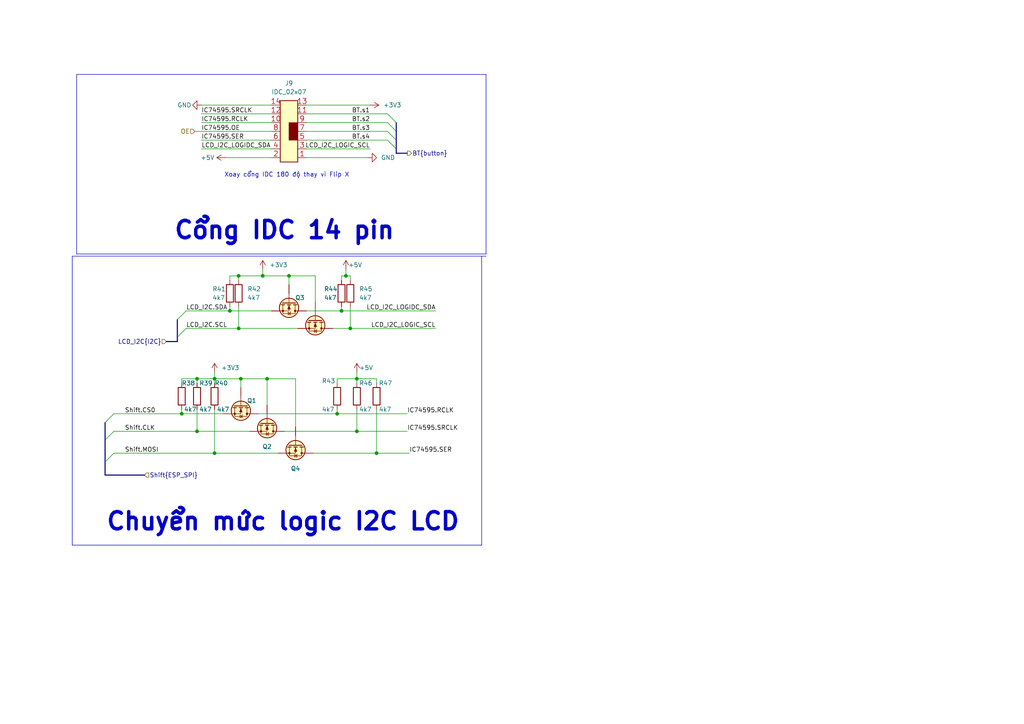
<source format=kicad_sch>
(kicad_sch (version 20231120) (generator "eeschema") (generator_version "8.0")
  (paper "A4")
  (lib_symbols
    (symbol "Device:R" (pin_numbers hide) (pin_names (offset 0))
      (property "Reference" "R" (at 2.032 0 90))
      (property "Value" "R" (at 0 0 90))
      (symbol "R_0_1"
        (rectangle (start -1.016 -2.54) (end 1.016 2.54) (stroke (width 0.254)))
      )
      (symbol "R_1_1"
        (pin passive line (at 0 3.81 270) (length 1.27) (name "~") (number "1"))
        (pin passive line (at 0 -3.81 90) (length 1.27) (name "~") (number "2"))
      )
    )
    (symbol "IDC_02x07_1" (pin_names (offset 1.016) hide)
      (property "Reference" "J" (at 1.27 10.16 0))
      (property "Value" "IDC_02x07" (at 0 -10.668 0))
      (symbol "IDC_02x07_1_0_1"
        (rectangle (start -2.54 2.54) (end 0 -2.54) (fill (type outline)))
      )
      (symbol "IDC_02x07_1_1_1"
        (rectangle (start -2.54 8.89) (end 2.54 -8.89) (stroke (width 0.254)) (fill (type background)))
        (pin passive line (at -5.08 7.62 0) (length 2.54) (name "1") (number "1"))
        (pin passive line (at 5.08 -2.54 180) (length 2.54) (name "10") (number "10"))
        (pin passive line (at -5.08 -5.08 0) (length 2.54) (name "11") (number "11"))
        (pin passive line (at 5.08 -5.08 180) (length 2.54) (name "12") (number "12"))
        (pin passive line (at -5.08 -7.62 0) (length 2.54) (name "13") (number "13"))
        (pin passive line (at 5.08 -7.62 180) (length 2.54) (name "14") (number "14"))
        (pin passive line (at 5.08 7.62 180) (length 2.54) (name "2") (number "2"))
        (pin passive line (at -5.08 5.08 0) (length 2.54) (name "3") (number "3"))
        (pin passive line (at 5.08 5.08 180) (length 2.54) (name "4") (number "4"))
        (pin passive line (at -5.08 2.54 0) (length 2.54) (name "5") (number "5"))
        (pin passive line (at 5.08 2.54 180) (length 2.54) (name "6") (number "6"))
        (pin passive line (at -5.08 0 0) (length 2.54) (name "7") (number "7"))
        (pin passive line (at 5.08 0 180) (length 2.54) (name "8") (number "8"))
        (pin passive line (at -5.08 -2.54 0) (length 2.54) (name "9") (number "9"))
      )
    )
    (symbol "IVS_SYMBOLS:N_Mosfet" (pin_numbers hide) (pin_names hide)
      (property "Reference" "Q" (at 2.794 1.2192 0))
      (symbol "N_Mosfet_0_1"
        (circle (center -0.889 0) (radius 2.794) (stroke (width 0.254)) (fill (type background)))
        (circle (center 0 -1.778) (radius 0.254) (fill (type outline)))
        (polyline (pts (xy -2.286 0) (xy -5.08 0)))
        (polyline (pts (xy -2.286 1.905) (xy -2.286 -1.905)) (stroke (width 0.254)))
        (polyline (pts (xy -1.778 -1.27) (xy -1.778 -2.286)) (stroke (width 0.254)))
        (polyline (pts (xy -1.778 0.508) (xy -1.778 -0.508)) (stroke (width 0.254)))
        (polyline (pts (xy -1.778 2.286) (xy -1.778 1.27)) (stroke (width 0.254)))
        (polyline (pts (xy 0 2.54) (xy 0 1.778)))
        (polyline (pts (xy 0 -2.54) (xy 0 0) (xy -1.778 0)))
        (polyline (pts (xy -1.778 -1.778) (xy 0.762 -1.778) (xy 0.762 1.778) (xy -1.778 1.778)))
        (polyline (pts (xy -1.524 0) (xy -0.508 0.381) (xy -0.508 -0.381) (xy -1.524 0)) (fill (type outline)))
        (polyline (pts (xy 0.254 0.508) (xy 0.381 0.381) (xy 1.143 0.381) (xy 1.27 0.254)))
        (polyline (pts (xy 0.762 0.381) (xy 0.381 -0.254) (xy 1.143 -0.254) (xy 0.762 0.381)))
        (circle (center 0 1.778) (radius 0.254) (fill (type outline)))
      )
      (symbol "N_Mosfet_1_1"
        (pin input line (at -7.62 0 0) (length 2.54) (name "G") (number "1"))
        (pin passive line (at 0 -5.08 90) (length 2.54) (name "S") (number "2"))
        (pin passive line (at 0 5.08 270) (length 2.54) (name "D") (number "3"))
      )
    )
    (symbol "power:+3V3" (power) (pin_names (offset 0))
      (property "Value" "+3V3" (at 0 3.556 0))
      (symbol "+3V3_0_1"
        (polyline (pts (xy -0.762 1.27) (xy 0 2.54)))
        (polyline (pts (xy 0 0) (xy 0 2.54)))
        (polyline (pts (xy 0 2.54) (xy 0.762 1.27)))
      )
      (symbol "+3V3_1_1"
        (pin power_in line (at 0 0 90) (length 0) hide (name "+3V3") (number "1"))
      )
    )
    (symbol "power:+5V" (power) (pin_names (offset 0))
      (property "Value" "+5V" (at 0 3.556 0))
      (symbol "+5V_0_1"
        (polyline (pts (xy -0.762 1.27) (xy 0 2.54)))
        (polyline (pts (xy 0 0) (xy 0 2.54)))
        (polyline (pts (xy 0 2.54) (xy 0.762 1.27)))
      )
      (symbol "+5V_1_1"
        (pin power_in line (at 0 0 90) (length 0) hide (name "+5V") (number "1"))
      )
    )
    (symbol "power:GND" (power) (pin_names (offset 0))
      (property "Value" "GND" (at 0 -3.81 0))
      (symbol "GND_0_1"
        (polyline (pts (xy 0 0) (xy 0 -1.27) (xy 1.27 -1.27) (xy 0 -2.54) (xy -1.27 -1.27) (xy 0 -1.27)))
      )
      (symbol "GND_1_1"
        (pin power_in line (at 0 0 270) (length 0) hide (name "GND") (number "1"))
      )
    )
  )
  (bus_alias "74HC595_IDC" (members "SRCLK" "RCLK" "OE" "SER"))
  (junction (at 99.06 90.17))
  (junction (at 76.2 80.01))
  (junction (at 69.215 80.01))
  (junction (at 52.705 120.015))
  (junction (at 109.22 131.445))
  (junction (at 83.82 80.01))
  (junction (at 62.23 131.445))
  (junction (at 69.85 109.855))
  (junction (at 57.15 125.095))
  (junction (at 101.6 95.25))
  (junction (at 77.47 109.855))
  (junction (at 103.505 109.855))
  (junction (at 103.505 125.095))
  (junction (at 66.675 90.17))
  (junction (at 57.15 109.855))
  (junction (at 69.215 95.25))
  (junction (at 62.23 109.855))
  (junction (at 100.33 80.01))
  (junction (at 97.79 120.015))
  (bus_entry (at 33.02 131.445) (size -2.54 2.54))
  (bus_entry (at 33.02 125.095) (size -2.54 2.54))
  (bus_entry (at 112.395 35.56) (size 2.54 2.54))
  (bus_entry (at 112.395 38.1) (size 2.54 2.54))
  (bus_entry (at 112.395 33.02) (size 2.54 2.54))
  (bus_entry (at 33.02 120.015) (size -2.54 2.54))
  (bus_entry (at 53.975 95.25) (size -2.54 2.54))
  (bus_entry (at 112.395 40.64) (size 2.54 2.54))
  (bus_entry (at 53.975 90.17) (size -2.54 2.54))
  (wire (pts (xy 57.15 109.855) (xy 57.15 111.125)))
  (wire (pts (xy 62.23 107.95) (xy 62.23 109.855)))
  (bus (pts (xy 48.26 99.06) (xy 51.435 99.06)))
  (polyline (pts (xy 140.97 73.66) (xy 22.225 73.66)))
  (wire (pts (xy 65.405 45.72) (xy 78.74 45.72)))
  (wire (pts (xy 83.82 80.01) (xy 83.82 82.55)))
  (wire (pts (xy 62.23 109.855) (xy 69.85 109.855)))
  (wire (pts (xy 66.675 88.9) (xy 66.675 90.17)))
  (wire (pts (xy 101.6 95.25) (xy 126.365 95.25)))
  (wire (pts (xy 69.85 109.855) (xy 69.85 112.395)))
  (wire (pts (xy 88.9 45.72) (xy 106.68 45.72)))
  (wire (pts (xy 90.805 131.445) (xy 109.22 131.445)))
  (wire (pts (xy 97.79 120.015) (xy 118.11 120.015)))
  (wire (pts (xy 33.02 120.015) (xy 52.705 120.015)))
  (wire (pts (xy 103.505 118.745) (xy 103.505 125.095)))
  (wire (pts (xy 52.705 109.855) (xy 57.15 109.855)))
  (wire (pts (xy 58.42 43.18) (xy 78.74 43.18)))
  (wire (pts (xy 88.9 90.17) (xy 99.06 90.17)))
  (bus (pts (xy 51.435 99.06) (xy 51.435 97.79)))
  (wire (pts (xy 74.93 120.015) (xy 97.79 120.015)))
  (wire (pts (xy 52.705 118.745) (xy 52.705 120.015)))
  (wire (pts (xy 58.42 35.56) (xy 78.74 35.56)))
  (bus (pts (xy 30.48 133.985) (xy 30.48 137.795)))
  (wire (pts (xy 88.9 30.48) (xy 107.315 30.48)))
  (wire (pts (xy 100.33 80.01) (xy 101.6 80.01)))
  (wire (pts (xy 99.06 90.17) (xy 126.365 90.17)))
  (polyline (pts (xy 140.97 21.59) (xy 140.97 73.66)))
  (wire (pts (xy 109.22 109.855) (xy 103.505 109.855)))
  (bus (pts (xy 114.935 35.56) (xy 114.935 38.1)))
  (wire (pts (xy 100.33 78.105) (xy 100.33 80.01)))
  (wire (pts (xy 69.215 88.9) (xy 69.215 95.25)))
  (wire (pts (xy 97.79 109.855) (xy 103.505 109.855)))
  (polyline (pts (xy 139.7 74.295) (xy 139.7 158.115)))
  (wire (pts (xy 101.6 88.9) (xy 101.6 95.25)))
  (polyline (pts (xy 20.955 74.295) (xy 22.225 74.295)))
  (wire (pts (xy 82.55 125.095) (xy 103.505 125.095)))
  (polyline (pts (xy 139.7 158.115) (xy 20.955 158.115)))
  (wire (pts (xy 53.975 95.25) (xy 69.215 95.25)))
  (wire (pts (xy 62.23 131.445) (xy 80.645 131.445)))
  (wire (pts (xy 88.9 38.1) (xy 112.395 38.1)))
  (wire (pts (xy 99.06 81.28) (xy 99.06 80.01)))
  (wire (pts (xy 53.975 90.17) (xy 66.675 90.17)))
  (wire (pts (xy 109.22 131.445) (xy 118.745 131.445)))
  (bus (pts (xy 114.935 43.18) (xy 114.935 44.45)))
  (bus (pts (xy 30.48 122.555) (xy 30.48 127.635)))
  (wire (pts (xy 109.22 118.745) (xy 109.22 131.445)))
  (wire (pts (xy 96.52 95.25) (xy 101.6 95.25)))
  (wire (pts (xy 66.675 80.01) (xy 69.215 80.01)))
  (wire (pts (xy 33.02 125.095) (xy 57.15 125.095)))
  (wire (pts (xy 57.15 109.855) (xy 62.23 109.855)))
  (wire (pts (xy 52.705 111.125) (xy 52.705 109.855)))
  (bus (pts (xy 114.935 40.64) (xy 114.935 43.18)))
  (polyline (pts (xy 22.225 74.295) (xy 140.97 74.295)))
  (bus (pts (xy 30.48 127.635) (xy 30.48 133.985)))
  (polyline (pts (xy 22.225 21.59) (xy 140.97 21.59)))
  (wire (pts (xy 62.23 118.745) (xy 62.23 131.445)))
  (wire (pts (xy 97.79 118.745) (xy 97.79 120.015)))
  (wire (pts (xy 85.725 123.825) (xy 85.725 109.855)))
  (polyline (pts (xy 22.225 21.59) (xy 22.225 73.66)))
  (wire (pts (xy 69.215 80.01) (xy 69.215 81.28)))
  (wire (pts (xy 69.215 95.25) (xy 86.36 95.25)))
  (wire (pts (xy 57.15 118.745) (xy 57.15 125.095)))
  (wire (pts (xy 62.23 109.855) (xy 62.23 111.125)))
  (wire (pts (xy 56.515 38.1) (xy 78.74 38.1)))
  (wire (pts (xy 77.47 109.855) (xy 77.47 117.475)))
  (polyline (pts (xy 20.955 74.295) (xy 20.955 158.115)))
  (wire (pts (xy 99.06 88.9) (xy 99.06 90.17)))
  (wire (pts (xy 76.2 80.01) (xy 83.82 80.01)))
  (wire (pts (xy 83.82 80.01) (xy 91.44 80.01)))
  (wire (pts (xy 103.505 107.95) (xy 103.505 109.855)))
  (wire (pts (xy 69.85 109.855) (xy 77.47 109.855)))
  (wire (pts (xy 88.9 40.64) (xy 112.395 40.64)))
  (bus (pts (xy 114.935 38.1) (xy 114.935 40.64)))
  (wire (pts (xy 101.6 80.01) (xy 101.6 81.28)))
  (wire (pts (xy 88.9 35.56) (xy 112.395 35.56)))
  (wire (pts (xy 57.15 125.095) (xy 72.39 125.095)))
  (wire (pts (xy 58.42 33.02) (xy 78.74 33.02)))
  (wire (pts (xy 76.2 78.105) (xy 76.2 80.01)))
  (wire (pts (xy 85.725 109.855) (xy 77.47 109.855)))
  (bus (pts (xy 51.435 92.71) (xy 51.435 97.79)))
  (wire (pts (xy 103.505 109.855) (xy 103.505 111.125)))
  (bus (pts (xy 30.48 137.795) (xy 41.91 137.795)))
  (wire (pts (xy 109.22 111.125) (xy 109.22 109.855)))
  (wire (pts (xy 66.675 90.17) (xy 78.74 90.17)))
  (wire (pts (xy 103.505 125.095) (xy 118.11 125.095)))
  (wire (pts (xy 97.79 111.125) (xy 97.79 109.855)))
  (wire (pts (xy 99.06 80.01) (xy 100.33 80.01)))
  (bus (pts (xy 114.935 44.45) (xy 118.11 44.45)))
  (wire (pts (xy 88.9 33.02) (xy 112.395 33.02)))
  (wire (pts (xy 33.02 131.445) (xy 62.23 131.445)))
  (wire (pts (xy 66.675 81.28) (xy 66.675 80.01)))
  (wire (pts (xy 69.215 80.01) (xy 76.2 80.01)))
  (wire (pts (xy 88.9 43.18) (xy 107.315 43.18)))
  (wire (pts (xy 58.42 40.64) (xy 78.74 40.64)))
  (wire (pts (xy 58.42 30.48) (xy 78.74 30.48)))
  (wire (pts (xy 52.705 120.015) (xy 64.77 120.015)))
  (wire (pts (xy 91.44 80.01) (xy 91.44 87.63)))
  (text "Chuyển mức logic I2C LCD" (at 30.48 154.305 0) (effects (font (size 5 5) (thickness 1) (bold yes)) (justify left bottom)))
  (text "Xoay cổng IDC 180 độ thay vì Flip X" (at 83.185 50.8 0) (effects (font (size 1.27 1.27))))
  (text "Cổng IDC 14 pin" (at 50.165 69.85 0) (effects (font (size 5 5) (thickness 1) (bold yes)) (justify left bottom)))
  (label "IC74595.SRCLK" (at 58.42 33.02 0))
  (label "BT.s4" (at 107.315 40.64 180))
  (label "IC74595.RCLK" (at 58.42 35.56 0))
  (label "Shift.MOSI" (at 36.195 131.445 0))
  (label "IC74595.SRCLK" (at 118.11 125.095 0))
  (label "Shift.CS0" (at 36.195 120.015 0))
  (label "IC74595.OE" (at 58.42 38.1 0))
  (label "BT.s3" (at 107.315 38.1 180))
  (label "IC74595.RCLK" (at 118.11 120.015 0))
  (label "LCD_I2C_LOGIC_SCL" (at 107.315 43.18 180))
  (label "Shift.CLK" (at 36.195 125.095 0))
  (label "LCD_I2C_LOGIDC_SDA" (at 58.42 43.18 0))
  (label "LCD_I2C.SCL" (at 53.975 95.25 0))
  (label "BT.s1" (at 107.315 33.02 180))
  (label "BT.s2" (at 107.315 35.56 180))
  (label "IC74595.SER" (at 118.745 131.445 0))
  (label "IC74595.SER" (at 58.42 40.64 0))
  (label "LCD_I2C_LOGIC_SCL" (at 126.365 95.25 180))
  (label "LCD_I2C_LOGIDC_SDA" (at 126.365 90.17 180))
  (label "LCD_I2C.SDA" (at 53.975 90.17 0))
  (hierarchical_label "Shift{ESP_SPI}" (shape input) (at 41.91 137.795 0))
  (hierarchical_label "LCD_I2C{I2C}" (shape input) (at 48.26 99.06 180))
  (hierarchical_label "OE" (shape input) (at 56.515 38.1 180))
  (hierarchical_label "BT{button}" (shape output) (at 118.11 44.45 0))
  (symbol (lib_id "power:GND") (at 106.68 45.72 90) (unit 1)
    (property "Reference" "#PWR042" (effects (hide yes)))
    (property "Value" "GND" (at 110.49 45.7199 90) (effects (justify right)))
    (instances (project "DongTamV2" (path "" (reference "#PWR042") (unit 1))) (project "dongtam" (path "" (reference "#PWR0180") (unit 1))))
  )
  (symbol (lib_id "Device:R") (at 97.79 114.935 0) (unit 1)
    (property "Reference" "R43" (at 93.345 110.49 0) (effects (justify left)))
    (property "Value" "4k7" (at 93.345 118.745 0) (effects (justify left)))
    (property "Footprint" "SpiritBoi_Footprint_Library:R_0603" (effects (hide yes)))
    (instances (project "DongTamV2" (path "" (reference "R43") (unit 1))) (project "dongtam" (path "" (reference "R71") (unit 1))))
  )
  (symbol (lib_id "power:+5V") (at 65.405 45.72 90) (unit 1)
    (property "Reference" "#PWR038" (effects (hide yes)))
    (property "Value" "+5V" (at 62.23 45.7199 90) (effects (justify left)))
    (instances (project "DongTamV2" (path "" (reference "#PWR038") (unit 1))) (project "dongtam" (path "" (reference "#PWR0177") (unit 1))))
  )
  (symbol (lib_id "Device:R") (at 52.705 114.935 0) (unit 1)
    (property "Reference" "R38" (at 52.705 111.125 0) (effects (justify left)))
    (property "Value" "4k7" (at 53.34 118.745 0) (effects (justify left)))
    (property "Footprint" "SpiritBoi_Footprint_Library:R_0603" (effects (hide yes)))
    (instances (project "DongTamV2" (path "" (reference "R38") (unit 1))) (project "dongtam" (path "" (reference "R57") (unit 1))))
  )
  (symbol (lib_id "Device:R") (at 66.675 85.09 0) (unit 1)
    (property "Reference" "R41" (at 61.595 83.82 0) (effects (justify left)))
    (property "Value" "4k7" (at 61.595 86.36 0) (effects (justify left)))
    (property "Footprint" "SpiritBoi_Footprint_Library:R_0603" (effects (hide yes)))
    (instances (project "DongTamV2" (path "" (reference "R41") (unit 1))) (project "dongtam" (path "" (reference "R110") (unit 1))))
  )
  (symbol (lib_id "Device:R") (at 109.22 114.935 0) (unit 1)
    (property "Reference" "R47" (at 109.855 111.125 0) (effects (justify left)))
    (property "Value" "4k7" (at 109.855 118.745 0) (effects (justify left)))
    (property "Footprint" "SpiritBoi_Footprint_Library:R_0603" (effects (hide yes)))
    (instances (project "DongTamV2" (path "" (reference "R47") (unit 1))) (project "dongtam" (path "" (reference "R2") (unit 1))))
  )
  (symbol (lib_name "IDC_02x07_1") (lib_id "SpiritBoi_Library:IDC_02x07") (at 83.82 38.1 180) (unit 1)
    (property "Reference" "J9" (at 83.82 24.13 0))
    (property "Value" "IDC_02x07" (at 83.82 26.67 0))
    (property "Footprint" "SpiritBoi_Footprint_Library:Conn-Vert-THT-2x7P-2.54mm-DC3" (effects (hide yes)))
    (property "Description" "Generic connector, double row, 02x07, counter clockwise pin numbering scheme (similar to DIP package numbering), script generated (kicad-library-utils/schlib/autogen/connector/)" (effects (hide yes)))
  )
  (symbol (lib_id "IVS_SYMBOLS:N_Mosfet") (at 69.85 120.015 270) (unit 1)
    (property "Reference" "Q1" (at 73.025 116.205 90))
    (property "Value" "N_Mosfet" (effects (hide yes)))
    (property "Footprint" "SpiritBoi_Footprint_Library:SOT23-3" (effects (hide yes)))
    (property "Datasheet" "https://www.onsemi.com/pub/Collateral/BSS138-D.PDF" (effects (hide yes)))
    (instances (project "DongTamV2" (path "" (reference "Q1") (unit 1))) (project "dongtam" (path "" (reference "Q22") (unit 1))))
  )
  (symbol (lib_id "IVS_SYMBOLS:N_Mosfet") (at 83.82 90.17 270) (unit 1)
    (property "Reference" "Q3" (at 86.995 86.36 90))
    (property "Value" "N_Mosfet" (effects (hide yes)))
    (property "Footprint" "SpiritBoi_Footprint_Library:SOT23-3" (effects (hide yes)))
    (property "Datasheet" "https://www.onsemi.com/pub/Collateral/BSS138-D.PDF" (effects (hide yes)))
    (instances (project "DongTamV2" (path "" (reference "Q3") (unit 1))) (project "dongtam" (path "" (reference "Q18") (unit 1))))
  )
  (symbol (lib_id "IVS_SYMBOLS:N_Mosfet") (at 91.44 95.25 270) (unit 1)
    (property "Reference" "Q5" (effects (hide yes)))
    (property "Value" "N_Mosfet" (effects (hide yes)))
    (property "Footprint" "SpiritBoi_Footprint_Library:SOT23-3" (effects (hide yes)))
    (property "Datasheet" "https://www.onsemi.com/pub/Collateral/BSS138-D.PDF" (effects (hide yes)))
    (instances (project "DongTamV2" (path "" (reference "Q5") (unit 1))) (project "dongtam" (path "" (reference "Q19") (unit 1))))
  )
  (symbol (lib_id "IVS_SYMBOLS:N_Mosfet") (at 77.47 125.095 270) (unit 1)
    (property "Reference" "Q2" (at 77.47 129.54 90))
    (property "Value" "N_Mosfet" (effects (hide yes)))
    (property "Footprint" "SpiritBoi_Footprint_Library:SOT23-3" (effects (hide yes)))
    (property "Datasheet" "https://www.onsemi.com/pub/Collateral/BSS138-D.PDF" (effects (hide yes)))
    (instances (project "DongTamV2" (path "" (reference "Q2") (unit 1))) (project "dongtam" (path "" (reference "Q23") (unit 1))))
  )
  (symbol (lib_id "power:+5V") (at 100.33 78.105 0) (unit 1)
    (property "Reference" "#PWR040" (effects (hide yes)))
    (property "Value" "+5V" (at 100.965 76.835 0) (effects (justify left)))
    (instances (project "DongTamV2" (path "" (reference "#PWR040") (unit 1))) (project "dongtam" (path "" (reference "#PWR0179") (unit 1))))
  )
  (symbol (lib_id "Device:R") (at 57.15 114.935 0) (unit 1)
    (property "Reference" "R39" (at 57.785 111.125 0) (effects (justify left)))
    (property "Value" "4k7" (at 57.785 118.745 0) (effects (justify left)))
    (property "Footprint" "SpiritBoi_Footprint_Library:R_0603" (effects (hide yes)))
    (instances (project "DongTamV2" (path "" (reference "R39") (unit 1))) (project "dongtam" (path "" (reference "R58") (unit 1))))
  )
  (symbol (lib_id "Device:R") (at 99.06 85.09 0) (unit 1)
    (property "Reference" "R44" (at 93.98 83.82 0) (effects (justify left)))
    (property "Value" "4k7" (at 93.98 86.36 0) (effects (justify left)))
    (property "Footprint" "SpiritBoi_Footprint_Library:R_0603" (effects (hide yes)))
    (instances (project "DongTamV2" (path "" (reference "R44") (unit 1))) (project "dongtam" (path "" (reference "R112") (unit 1))))
  )
  (symbol (lib_id "power:GND") (at 58.42 30.48 270) (unit 1)
    (property "Reference" "#PWR036" (effects (hide yes)))
    (property "Value" "GND" (at 51.435 30.48 90) (effects (justify left)))
    (instances (project "DongTamV2" (path "" (reference "#PWR036") (unit 1))) (project "dongtam" (path "" (reference "#PWR0176") (unit 1))))
  )
  (symbol (lib_id "power:+3V3") (at 107.315 30.48 270) (unit 1)
    (property "Reference" "#PWR043" (effects (hide yes)))
    (property "Value" "+3V3" (at 111.125 30.4799 90) (effects (justify left)))
    (instances (project "DongTamV2" (path "" (reference "#PWR043") (unit 1))) (project "dongtam" (path "" (reference "#PWR0181") (unit 1))))
  )
  (symbol (lib_id "Device:R") (at 103.505 114.935 0) (unit 1)
    (property "Reference" "R46" (at 104.14 111.125 0) (effects (justify left)))
    (property "Value" "4k7" (at 104.14 118.745 0) (effects (justify left)))
    (property "Footprint" "SpiritBoi_Footprint_Library:R_0603" (effects (hide yes)))
    (instances (project "DongTamV2" (path "" (reference "R46") (unit 1))) (project "dongtam" (path "" (reference "R72") (unit 1))))
  )
  (symbol (lib_id "Device:R") (at 101.6 85.09 0) (unit 1)
    (property "Reference" "R45" (at 104.14 83.8199 0) (effects (justify left)))
    (property "Value" "4k7" (at 104.14 86.3599 0) (effects (justify left)))
    (property "Footprint" "SpiritBoi_Footprint_Library:R_0603" (effects (hide yes)))
    (instances (project "DongTamV2" (path "" (reference "R45") (unit 1))) (project "dongtam" (path "" (reference "R113") (unit 1))))
  )
  (symbol (lib_id "Device:R") (at 69.215 85.09 0) (unit 1)
    (property "Reference" "R42" (at 71.755 83.8199 0) (effects (justify left)))
    (property "Value" "4k7" (at 71.755 86.3599 0) (effects (justify left)))
    (property "Footprint" "SpiritBoi_Footprint_Library:R_0603" (effects (hide yes)))
    (instances (project "DongTamV2" (path "" (reference "R42") (unit 1))) (project "dongtam" (path "" (reference "R111") (unit 1))))
  )
  (symbol (lib_id "power:+3V3") (at 76.2 78.105 0) (unit 1)
    (property "Reference" "#PWR039" (effects (hide yes)))
    (property "Value" "+3V3" (at 78.105 76.835 0) (effects (justify left)))
    (instances (project "DongTamV2" (path "" (reference "#PWR039") (unit 1))) (project "dongtam" (path "" (reference "#PWR0178") (unit 1))))
  )
  (symbol (lib_id "IVS_SYMBOLS:N_Mosfet") (at 85.725 131.445 270) (unit 1)
    (property "Reference" "Q4" (at 85.725 135.89 90))
    (property "Value" "N_Mosfet" (effects (hide yes)))
    (property "Footprint" "SpiritBoi_Footprint_Library:SOT23-3" (effects (hide yes)))
    (property "Datasheet" "https://www.onsemi.com/pub/Collateral/BSS138-D.PDF" (effects (hide yes)))
    (instances (project "DongTamV2" (path "" (reference "Q4") (unit 1))) (project "dongtam" (path "" (reference "Q16") (unit 1))))
  )
  (symbol (lib_id "power:+5V") (at 103.505 107.95 0) (unit 1)
    (property "Reference" "#PWR041" (effects (hide yes)))
    (property "Value" "+5V" (at 104.14 106.68 0) (effects (justify left)))
    (instances (project "DongTamV2" (path "" (reference "#PWR041") (unit 1))) (project "dongtam" (path "" (reference "#PWR0104") (unit 1))))
  )
  (symbol (lib_id "Device:R") (at 62.23 114.935 0) (unit 1)
    (property "Reference" "R40" (at 62.23 111.125 0) (effects (justify left)))
    (property "Value" "4k7" (at 62.865 118.745 0) (effects (justify left)))
    (property "Footprint" "SpiritBoi_Footprint_Library:R_0603" (effects (hide yes)))
    (instances (project "DongTamV2" (path "" (reference "R40") (unit 1))) (project "dongtam" (path "" (reference "R3") (unit 1))))
  )
  (symbol (lib_id "power:+3V3") (at 62.23 107.95 0) (unit 1)
    (property "Reference" "#PWR037" (effects (hide yes)))
    (property "Value" "+3V3" (at 64.135 106.68 0) (effects (justify left)))
    (instances (project "DongTamV2" (path "" (reference "#PWR037") (unit 1))) (project "dongtam" (path "" (reference "#PWR0103") (unit 1))))
  )
)
</source>
